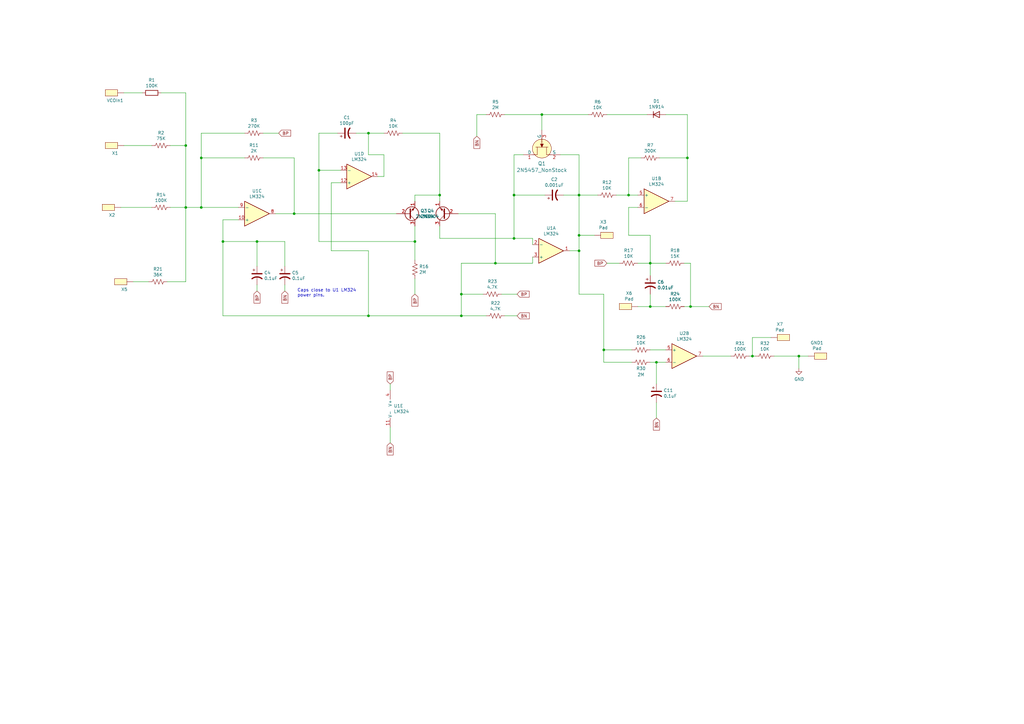
<source format=kicad_sch>
(kicad_sch (version 20230121) (generator eeschema)
  (paper "A3")
  (title_block (title "MFOS NOISE TOASTER Noise Box") (date "2020-10-07") (rev "1"))
  (lib_symbols
    (symbol "Device:R" (pin_numbers hide) (pin_names (offset 0))
      (property "Reference" "R" (at 2.032 0 90))
      (property "Value" "R" (at 0 0 90))
      (symbol "R_0_1"
        (rectangle (start -1.016 -2.54) (end 1.016 2.54) (stroke (width 0.254)))
      )
      (symbol "R_1_1"
        (pin passive line (at 0 3.81 270) (length 1.27) (name "~") (number "1"))
        (pin passive line (at 0 -3.81 90) (length 1.27) (name "~") (number "2"))
      )
    )
    (symbol "Transistor_BJT:2N3904" (pin_names (offset 0) hide)
      (property "Reference" "Q" (at 5.08 1.905 0))
      (property "Value" "2N3904" (at 5.08 0 0))
      (symbol "2N3904_0_1"
        (polyline (pts (xy 0.635 0.635) (xy 2.54 2.54)))
        (polyline (pts (xy 0.635 -0.635) (xy 2.54 -2.54) (xy 2.54 -2.54)))
        (polyline (pts (xy 0.635 1.905) (xy 0.635 -1.905) (xy 0.635 -1.905)) (stroke (width 0.508)))
        (polyline (pts (xy 1.27 -1.778) (xy 1.778 -1.27) (xy 2.286 -2.286) (xy 1.27 -1.778) (xy 1.27 -1.778)) (fill (type outline)))
        (circle (center 1.27 0) (radius 2.8194) (stroke (width 0.254)))
      )
      (symbol "2N3904_1_1"
        (pin passive line (at 2.54 -5.08 90) (length 2.54) (name "E") (number "1"))
        (pin passive line (at -5.08 0 0) (length 5.715) (name "B") (number "2"))
        (pin passive line (at 2.54 5.08 270) (length 2.54) (name "C") (number "3"))
      )
    )
    (symbol "mfos_noise_toaster-rescue:1N914-Diode" (pin_numbers hide) (pin_names (offset 1.016) hide)
      (property "Reference" "D" (at 0 2.54 0))
      (property "Value" "1N914-Diode" (at 0 -2.54 0))
      (symbol "1N914-Diode_0_1"
        (polyline (pts (xy -1.27 1.27) (xy -1.27 -1.27)) (stroke (width 0.254)))
        (polyline (pts (xy 1.27 0) (xy -1.27 0)))
        (polyline (pts (xy 1.27 1.27) (xy 1.27 -1.27) (xy -1.27 0) (xy 1.27 1.27)) (stroke (width 0.254)))
      )
      (symbol "1N914-Diode_1_1"
        (pin passive line (at -3.81 0 0) (length 2.54) (name "K") (number "1"))
        (pin passive line (at 3.81 0 180) (length 2.54) (name "A") (number "2"))
      )
    )
    (symbol "mfos_noise_toaster-rescue:2N5457_NonStock-dk_Transistors-JFETs" (pin_names (offset 0))
      (property "Reference" "Q" (at -2.6924 3.6322 0))
      (property "Value" "dk_Transistors-JFETs_2N5457_NonStock" (at -6.4008 -6.1976 0))
      (symbol "2N5457_NonStock-dk_Transistors-JFETs_0_1"
        (polyline (pts (xy -0.635 -2.54) (xy -0.635 2.54)))
        (polyline (pts (xy -0.635 0) (xy -4.445 0)))
        (polyline (pts (xy -0.635 -1.905) (xy 2.54 -1.905) (xy 2.54 -3.81)))
        (polyline (pts (xy -0.635 1.905) (xy 2.54 1.905) (xy 2.54 3.81)))
      )
      (symbol "2N5457_NonStock-dk_Transistors-JFETs_1_1"
        (polyline (pts (xy -1.905 0.635) (xy -1.905 -0.635) (xy -0.635 0) (xy -1.905 0.635)) (fill (type outline)))
        (circle (center 0 0) (radius 3.8608) (fill (type background)))
        (pin passive line (at 2.54 -7.62 90) (length 5.08) (name "D") (number "1"))
        (pin passive line (at 2.54 7.62 270) (length 5.08) (name "S") (number "2"))
        (pin input line (at -7.62 0 0) (length 5.08) (name "G") (number "3"))
      )
    )
    (symbol "mfos_noise_toaster-rescue:CP1-Device" (pin_numbers hide) (pin_names (offset 0.254) hide)
      (property "Reference" "C" (at 0.635 2.54 0))
      (property "Value" "Device_CP1" (at 0.635 -2.54 0))
      (symbol "CP1-Device_0_1"
        (polyline (pts (xy -2.032 0.762) (xy 2.032 0.762)) (stroke (width 0.508)))
        (polyline (pts (xy -1.778 2.286) (xy -0.762 2.286)))
        (polyline (pts (xy -1.27 1.778) (xy -1.27 2.794)))
        (arc (start 2.032 -1.27) (mid 0 -0.5572) (end -2.032 -1.27) (stroke (width 0.508)))
      )
      (symbol "CP1-Device_1_1"
        (pin passive line (at 0 3.81 270) (length 2.794) (name "~") (number "1"))
        (pin passive line (at 0 -3.81 90) (length 3.302) (name "~") (number "2"))
      )
    )
    (symbol "mfos_noise_toaster-rescue:GND-power" (power) (pin_names (offset 0))
      (property "Value" "GND-power" (at 0 -3.81 0))
      (symbol "GND-power_0_1"
        (polyline (pts (xy 0 0) (xy 0 -1.27) (xy 1.27 -1.27) (xy 0 -2.54) (xy -1.27 -1.27) (xy 0 -1.27)))
      )
      (symbol "GND-power_1_1"
        (pin power_in line (at 0 0 270) (length 0) hide (name "GND") (number "1"))
      )
    )
    (symbol "mfos_noise_toaster-rescue:LM324-Amplifier_Operational" (pin_names (offset 0.127))
      (property "Reference" "U" (at 0 5.08 0))
      (property "Value" "LM324-Amplifier_Operational" (at 0 -5.08 0))
      (symbol "LM324-Amplifier_Operational_1_1"
        (polyline (pts (xy -5.08 5.08) (xy 5.08 0) (xy -5.08 -5.08) (xy -5.08 5.08)) (stroke (width 0.254)) (fill (type background)))
        (pin output line (at 7.62 0 180) (length 2.54) (name "~") (number "1"))
        (pin input line (at -7.62 -2.54 0) (length 2.54) (name "-") (number "2"))
        (pin input line (at -7.62 2.54 0) (length 2.54) (name "+") (number "3"))
      )
      (symbol "LM324-Amplifier_Operational_2_1"
        (polyline (pts (xy -5.08 5.08) (xy 5.08 0) (xy -5.08 -5.08) (xy -5.08 5.08)) (stroke (width 0.254)) (fill (type background)))
        (pin input line (at -7.62 2.54 0) (length 2.54) (name "+") (number "5"))
        (pin input line (at -7.62 -2.54 0) (length 2.54) (name "-") (number "6"))
        (pin output line (at 7.62 0 180) (length 2.54) (name "~") (number "7"))
      )
      (symbol "LM324-Amplifier_Operational_3_1"
        (polyline (pts (xy -5.08 5.08) (xy 5.08 0) (xy -5.08 -5.08) (xy -5.08 5.08)) (stroke (width 0.254)) (fill (type background)))
        (pin input line (at -7.62 2.54 0) (length 2.54) (name "+") (number "10"))
        (pin output line (at 7.62 0 180) (length 2.54) (name "~") (number "8"))
        (pin input line (at -7.62 -2.54 0) (length 2.54) (name "-") (number "9"))
      )
      (symbol "LM324-Amplifier_Operational_4_1"
        (polyline (pts (xy -5.08 5.08) (xy 5.08 0) (xy -5.08 -5.08) (xy -5.08 5.08)) (stroke (width 0.254)) (fill (type background)))
        (pin input line (at -7.62 2.54 0) (length 2.54) (name "+") (number "12"))
        (pin input line (at -7.62 -2.54 0) (length 2.54) (name "-") (number "13"))
        (pin output line (at 7.62 0 180) (length 2.54) (name "~") (number "14"))
      )
      (symbol "LM324-Amplifier_Operational_5_1"
        (pin power_in line (at -2.54 -7.62 90) (length 3.81) (name "V-") (number "11"))
        (pin power_in line (at -2.54 7.62 270) (length 3.81) (name "V+") (number "4"))
      )
    )
    (symbol "mfos_noise_toaster-rescue:Pad-samz-symbol" (pin_numbers hide) (pin_names (offset 1.016))
      (property "Reference" "X" (at 1.27 0 0))
      (property "Value" "Pad-samz-symbol" (at -1.27 2.54 0))
      (symbol "Pad-samz-symbol_0_1"
        (rectangle (start 0 1.27) (end 5.08 -1.27) (fill (type background)))
      )
      (symbol "Pad-samz-symbol_1_1"
        (pin passive line (at -2.54 0 0) (length 2.54) (name "~") (number "1"))
      )
    )
    (symbol "mfos_noise_toaster-rescue:R_US-Device" (pin_numbers hide) (pin_names (offset 0))
      (property "Reference" "R" (at 2.54 0 90))
      (property "Value" "R_US-Device" (at -2.54 0 90))
      (symbol "R_US-Device_0_1"
        (polyline (pts (xy 0 -2.286) (xy 0 -2.54)))
        (polyline (pts (xy 0 2.286) (xy 0 2.54)))
        (polyline (pts (xy 0 -0.762) (xy 1.016 -1.143) (xy 0 -1.524) (xy -1.016 -1.905) (xy 0 -2.286)))
        (polyline (pts (xy 0 0.762) (xy 1.016 0.381) (xy 0 0) (xy -1.016 -0.381) (xy 0 -0.762)))
        (polyline (pts (xy 0 2.286) (xy 1.016 1.905) (xy 0 1.524) (xy -1.016 1.143) (xy 0 0.762)))
      )
      (symbol "R_US-Device_1_1"
        (pin passive line (at 0 3.81 270) (length 1.27) (name "~") (number "1"))
        (pin passive line (at 0 -3.81 90) (length 1.27) (name "~") (number "2"))
      )
    )
  )
  (junction (at 283.21 125.73))
  (junction (at 82.55 85.09))
  (junction (at 222.25 46.99))
  (junction (at 91.44 99.06))
  (junction (at 237.49 102.87))
  (junction (at 257.81 80.01))
  (junction (at 266.7 107.95))
  (junction (at 266.7 125.73))
  (junction (at 247.65 143.51))
  (junction (at 76.2 85.09))
  (junction (at 120.65 87.63))
  (junction (at 327.66 146.05))
  (junction (at 151.13 129.54))
  (junction (at 237.49 96.52))
  (junction (at 82.55 64.77))
  (junction (at 189.23 120.65))
  (junction (at 281.94 64.77))
  (junction (at 189.23 129.54))
  (junction (at 237.49 80.01))
  (junction (at 170.18 99.06))
  (junction (at 180.34 80.01))
  (junction (at 203.2 107.95))
  (junction (at 151.13 54.61))
  (junction (at 130.81 69.85))
  (junction (at 210.82 97.79))
  (junction (at 210.82 80.01))
  (junction (at 76.2 59.69))
  (junction (at 269.24 148.59))
  (junction (at 308.61 146.05))
  (junction (at 105.41 99.06))
  (wire (pts (xy 82.55 85.09) (xy 97.79 85.09)))
  (wire (pts (xy 91.44 99.06) (xy 105.41 99.06)))
  (wire (pts (xy 116.84 99.06) (xy 116.84 109.22)))
  (wire (pts (xy 107.95 54.61) (xy 114.3 54.61)))
  (wire (pts (xy 203.2 87.63) (xy 187.96 87.63)))
  (wire (pts (xy 281.94 82.55) (xy 276.86 82.55)))
  (wire (pts (xy 237.49 96.52) (xy 237.49 80.01)))
  (wire (pts (xy 120.65 64.77) (xy 120.65 87.63)))
  (wire (pts (xy 151.13 102.87) (xy 151.13 129.54)))
  (wire (pts (xy 49.53 85.09) (xy 62.23 85.09)))
  (wire (pts (xy 283.21 125.73) (xy 280.67 125.73)))
  (wire (pts (xy 105.41 116.84) (xy 105.41 119.38)))
  (wire (pts (xy 151.13 129.54) (xy 189.23 129.54)))
  (wire (pts (xy 248.92 107.95) (xy 254 107.95)))
  (wire (pts (xy 105.41 99.06) (xy 116.84 99.06)))
  (wire (pts (xy 76.2 115.57) (xy 68.58 115.57)))
  (wire (pts (xy 281.94 64.77) (xy 281.94 82.55)))
  (wire (pts (xy 151.13 63.5) (xy 157.48 63.5)))
  (wire (pts (xy 203.2 107.95) (xy 218.44 107.95)))
  (wire (pts (xy 269.24 165.1) (xy 269.24 171.45)))
  (wire (pts (xy 252.73 80.01) (xy 257.81 80.01)))
  (wire (pts (xy 189.23 120.65) (xy 189.23 107.95)))
  (wire (pts (xy 135.89 74.93) (xy 135.89 102.87)))
  (wire (pts (xy 257.81 96.52) (xy 266.7 96.52)))
  (wire (pts (xy 50.8 59.69) (xy 62.23 59.69)))
  (wire (pts (xy 107.95 64.77) (xy 120.65 64.77)))
  (wire (pts (xy 223.52 80.01) (xy 210.82 80.01)))
  (wire (pts (xy 82.55 64.77) (xy 82.55 85.09)))
  (wire (pts (xy 116.84 116.84) (xy 116.84 119.38)))
  (wire (pts (xy 308.61 146.05) (xy 309.88 146.05)))
  (wire (pts (xy 237.49 80.01) (xy 237.49 63.5)))
  (wire (pts (xy 113.03 87.63) (xy 120.65 87.63)))
  (wire (pts (xy 266.7 107.95) (xy 273.05 107.95)))
  (wire (pts (xy 170.18 99.06) (xy 170.18 92.71)))
  (wire (pts (xy 91.44 129.54) (xy 151.13 129.54)))
  (wire (pts (xy 97.79 90.17) (xy 91.44 90.17)))
  (wire (pts (xy 308.61 146.05) (xy 308.61 138.43)))
  (wire (pts (xy 76.2 85.09) (xy 82.55 85.09)))
  (wire (pts (xy 146.05 54.61) (xy 151.13 54.61)))
  (wire (pts (xy 160.02 160.02) (xy 160.02 157.48)))
  (wire (pts (xy 180.34 54.61) (xy 180.34 80.01)))
  (wire (pts (xy 210.82 80.01) (xy 210.82 63.5)))
  (wire (pts (xy 231.14 80.01) (xy 237.49 80.01)))
  (wire (pts (xy 218.44 105.41) (xy 218.44 107.95)))
  (wire (pts (xy 222.25 46.99) (xy 241.3 46.99)))
  (wire (pts (xy 259.08 148.59) (xy 247.65 148.59)))
  (wire (pts (xy 266.7 113.03) (xy 266.7 107.95)))
  (wire (pts (xy 307.34 146.05) (xy 308.61 146.05)))
  (wire (pts (xy 76.2 59.69) (xy 69.85 59.69)))
  (wire (pts (xy 270.51 64.77) (xy 281.94 64.77)))
  (wire (pts (xy 151.13 54.61) (xy 157.48 54.61)))
  (wire (pts (xy 261.62 85.09) (xy 257.81 85.09)))
  (wire (pts (xy 160.02 175.26) (xy 160.02 181.61)))
  (wire (pts (xy 210.82 97.79) (xy 218.44 97.79)))
  (wire (pts (xy 170.18 82.55) (xy 170.18 80.01)))
  (wire (pts (xy 210.82 80.01) (xy 210.82 97.79)))
  (wire (pts (xy 189.23 129.54) (xy 189.23 120.65)))
  (wire (pts (xy 261.62 107.95) (xy 266.7 107.95)))
  (wire (pts (xy 180.34 54.61) (xy 165.1 54.61)))
  (wire (pts (xy 266.7 148.59) (xy 269.24 148.59)))
  (wire (pts (xy 247.65 143.51) (xy 247.65 148.59)))
  (wire (pts (xy 189.23 120.65) (xy 198.12 120.65)))
  (wire (pts (xy 257.81 64.77) (xy 262.89 64.77)))
  (wire (pts (xy 76.2 59.69) (xy 76.2 38.1)))
  (wire (pts (xy 105.41 99.06) (xy 105.41 109.22)))
  (wire (pts (xy 69.85 85.09) (xy 76.2 85.09)))
  (wire (pts (xy 237.49 102.87) (xy 237.49 96.52)))
  (wire (pts (xy 257.81 85.09) (xy 257.81 96.52)))
  (wire (pts (xy 100.33 54.61) (xy 82.55 54.61)))
  (wire (pts (xy 281.94 46.99) (xy 281.94 64.77)))
  (wire (pts (xy 157.48 72.39) (xy 154.94 72.39)))
  (wire (pts (xy 273.05 46.99) (xy 281.94 46.99)))
  (wire (pts (xy 207.01 129.54) (xy 212.09 129.54)))
  (wire (pts (xy 257.81 80.01) (xy 257.81 64.77)))
  (wire (pts (xy 266.7 96.52) (xy 266.7 107.95)))
  (wire (pts (xy 139.7 69.85) (xy 130.81 69.85)))
  (wire (pts (xy 138.43 54.61) (xy 130.81 54.61)))
  (wire (pts (xy 199.39 46.99) (xy 195.58 46.99)))
  (wire (pts (xy 280.67 107.95) (xy 283.21 107.95)))
  (wire (pts (xy 162.56 87.63) (xy 120.65 87.63)))
  (wire (pts (xy 222.25 53.34) (xy 222.25 46.99)))
  (wire (pts (xy 195.58 46.99) (xy 195.58 55.88)))
  (wire (pts (xy 269.24 148.59) (xy 269.24 157.48)))
  (wire (pts (xy 58.42 38.1) (xy 50.8 38.1)))
  (wire (pts (xy 157.48 63.5) (xy 157.48 72.39)))
  (wire (pts (xy 233.68 102.87) (xy 237.49 102.87)))
  (wire (pts (xy 317.5 146.05) (xy 327.66 146.05)))
  (wire (pts (xy 237.49 80.01) (xy 245.11 80.01)))
  (wire (pts (xy 210.82 63.5) (xy 214.63 63.5)))
  (wire (pts (xy 189.23 129.54) (xy 199.39 129.54)))
  (wire (pts (xy 288.29 146.05) (xy 299.72 146.05)))
  (wire (pts (xy 266.7 143.51) (xy 273.05 143.51)))
  (wire (pts (xy 261.62 125.73) (xy 266.7 125.73)))
  (wire (pts (xy 170.18 120.65) (xy 170.18 114.3)))
  (wire (pts (xy 82.55 54.61) (xy 82.55 64.77)))
  (wire (pts (xy 222.25 46.99) (xy 207.01 46.99)))
  (wire (pts (xy 139.7 74.93) (xy 135.89 74.93)))
  (wire (pts (xy 283.21 107.95) (xy 283.21 125.73)))
  (wire (pts (xy 212.09 120.65) (xy 205.74 120.65)))
  (wire (pts (xy 189.23 107.95) (xy 203.2 107.95)))
  (wire (pts (xy 130.81 99.06) (xy 170.18 99.06)))
  (wire (pts (xy 170.18 99.06) (xy 170.18 106.68)))
  (wire (pts (xy 203.2 107.95) (xy 203.2 87.63)))
  (wire (pts (xy 237.49 102.87) (xy 237.49 120.65)))
  (wire (pts (xy 327.66 146.05) (xy 331.47 146.05)))
  (wire (pts (xy 91.44 90.17) (xy 91.44 99.06)))
  (wire (pts (xy 247.65 143.51) (xy 259.08 143.51)))
  (wire (pts (xy 327.66 146.05) (xy 327.66 151.13)))
  (wire (pts (xy 130.81 69.85) (xy 130.81 99.06)))
  (wire (pts (xy 308.61 138.43) (xy 316.23 138.43)))
  (wire (pts (xy 247.65 120.65) (xy 247.65 143.51)))
  (wire (pts (xy 218.44 100.33) (xy 218.44 97.79)))
  (wire (pts (xy 100.33 64.77) (xy 82.55 64.77)))
  (wire (pts (xy 248.92 46.99) (xy 265.43 46.99)))
  (wire (pts (xy 76.2 85.09) (xy 76.2 59.69)))
  (wire (pts (xy 60.96 115.57) (xy 54.61 115.57)))
  (wire (pts (xy 130.81 69.85) (xy 130.81 54.61)))
  (wire (pts (xy 180.34 92.71) (xy 180.34 97.79)))
  (wire (pts (xy 257.81 80.01) (xy 261.62 80.01)))
  (wire (pts (xy 180.34 97.79) (xy 210.82 97.79)))
  (wire (pts (xy 76.2 38.1) (xy 66.04 38.1)))
  (wire (pts (xy 76.2 85.09) (xy 76.2 115.57)))
  (wire (pts (xy 135.89 102.87) (xy 151.13 102.87)))
  (wire (pts (xy 91.44 99.06) (xy 91.44 129.54)))
  (wire (pts (xy 283.21 125.73) (xy 290.83 125.73)))
  (wire (pts (xy 269.24 148.59) (xy 273.05 148.59)))
  (wire (pts (xy 180.34 80.01) (xy 180.34 82.55)))
  (wire (pts (xy 266.7 125.73) (xy 273.05 125.73)))
  (wire (pts (xy 237.49 96.52) (xy 243.84 96.52)))
  (wire (pts (xy 170.18 80.01) (xy 180.34 80.01)))
  (wire (pts (xy 266.7 120.65) (xy 266.7 125.73)))
  (wire (pts (xy 151.13 54.61) (xy 151.13 63.5)))
  (wire (pts (xy 237.49 120.65) (xy 247.65 120.65)))
  (wire (pts (xy 237.49 63.5) (xy 229.87 63.5)))
  (text "Caps close to U1 LM324\npower pins." (at 121.92 121.92 0) (effects (font (size 1.27 1.27)) (justify left bottom)))
  (global_label "BP" (shape input) (at 105.41 119.38 270) (property "Intersheetrefs" "${INTERSHEET_REFS}" (effects hide)))
  (global_label "BP" (shape input) (at 160.02 157.48 90) (property "Intersheetrefs" "${INTERSHEET_REFS}" (effects hide)))
  (global_label "BP" (shape input) (at 114.3 54.61 0) (property "Intersheetrefs" "${INTERSHEET_REFS}" (effects hide)))
  (global_label "BN" (shape input) (at 290.83 125.73 0) (property "Intersheetrefs" "${INTERSHEET_REFS}" (effects hide)))
  (global_label "BN" (shape input) (at 269.24 171.45 270) (property "Intersheetrefs" "${INTERSHEET_REFS}" (effects hide)))
  (global_label "BP" (shape input) (at 212.09 120.65 0) (property "Intersheetrefs" "${INTERSHEET_REFS}" (effects hide)))
  (global_label "BN" (shape input) (at 195.58 55.88 270) (property "Intersheetrefs" "${INTERSHEET_REFS}" (effects hide)))
  (global_label "BN" (shape input) (at 116.84 119.38 270) (property "Intersheetrefs" "${INTERSHEET_REFS}" (effects hide)))
  (global_label "BN" (shape input) (at 160.02 181.61 270) (property "Intersheetrefs" "${INTERSHEET_REFS}" (effects hide)))
  (global_label "BP" (shape input) (at 248.92 107.95 180) (property "Intersheetrefs" "${INTERSHEET_REFS}" (effects hide)))
  (global_label "BN" (shape input) (at 212.09 129.54 0) (property "Intersheetrefs" "${INTERSHEET_REFS}" (effects hide)))
  (global_label "BP" (shape input) (at 170.18 120.65 270) (property "Intersheetrefs" "${INTERSHEET_REFS}" (effects hide)))
  (symbol (lib_id "mfos_noise_toaster-rescue:R_US-Device") (at 66.04 59.69 270) (unit 1)
    (property "Reference" "R2" (at 66.04 54.483 90))
    (property "Value" "75K" (at 66.04 56.7944 90))
    (property "Footprint" "Resistor_THT:R_Axial_DIN0207_L6.3mm_D2.5mm_P10.16mm_Horizontal" (effects hide))
  )
  (symbol (lib_id "mfos_noise_toaster-rescue:R_US-Device") (at 66.04 85.09 270) (unit 1)
    (property "Reference" "R14" (at 66.04 79.883 90))
    (property "Value" "100K" (at 66.04 82.1944 90))
    (property "Footprint" "Resistor_THT:R_Axial_DIN0207_L6.3mm_D2.5mm_P10.16mm_Horizontal" (effects hide))
  )
  (symbol (lib_id "mfos_noise_toaster-rescue:R_US-Device") (at 64.77 115.57 270) (unit 1)
    (property "Reference" "R21" (at 64.77 110.363 90))
    (property "Value" "36K" (at 64.77 112.6744 90))
    (property "Footprint" "Resistor_THT:R_Axial_DIN0207_L6.3mm_D2.5mm_P10.16mm_Horizontal" (effects hide))
  )
  (symbol (lib_id "mfos_noise_toaster-rescue:R_US-Device") (at 104.14 54.61 270) (unit 1)
    (property "Reference" "R3" (at 104.14 49.403 90))
    (property "Value" "270K" (at 104.14 51.7144 90))
    (property "Footprint" "Resistor_THT:R_Axial_DIN0207_L6.3mm_D2.5mm_P10.16mm_Horizontal" (effects hide))
  )
  (symbol (lib_id "mfos_noise_toaster-rescue:R_US-Device") (at 104.14 64.77 270) (unit 1)
    (property "Reference" "R11" (at 104.14 59.563 90))
    (property "Value" "2K" (at 104.14 61.8744 90))
    (property "Footprint" "Resistor_THT:R_Axial_DIN0207_L6.3mm_D2.5mm_P10.16mm_Horizontal" (effects hide))
  )
  (symbol (lib_id "mfos_noise_toaster-rescue:R_US-Device") (at 161.29 54.61 270) (unit 1)
    (property "Reference" "R4" (at 161.29 49.403 90))
    (property "Value" "10K" (at 161.29 51.7144 90))
    (property "Footprint" "Resistor_THT:R_Axial_DIN0207_L6.3mm_D2.5mm_P10.16mm_Horizontal" (effects hide))
  )
  (symbol (lib_id "mfos_noise_toaster-rescue:Pad-samz-symbol") (at 48.26 59.69 180) (unit 1)
    (property "Reference" "X1" (at 47.1932 62.8142 0))
    (property "Value" "Pad" (effects hide))
    (property "Footprint" "samz-kicad-library:pad" (effects hide))
  )
  (symbol (lib_id "mfos_noise_toaster-rescue:Pad-samz-symbol") (at 46.99 85.09 180) (unit 1)
    (property "Reference" "X2" (at 45.9232 88.2142 0))
    (property "Value" "Pad" (effects hide))
    (property "Footprint" "samz-kicad-library:pad" (effects hide))
  )
  (symbol (lib_id "mfos_noise_toaster-rescue:Pad-samz-symbol") (at 52.07 115.57 180) (unit 1)
    (property "Reference" "X5" (at 51.0032 118.6942 0))
    (property "Value" "Pad" (effects hide))
    (property "Footprint" "samz-kicad-library:pad" (effects hide))
  )
  (symbol (lib_id "mfos_noise_toaster-rescue:LM324-Amplifier_Operational") (at 147.32 72.39 0) (mirror x) (unit 4)
    (property "Reference" "U1" (at 147.32 63.0682 0))
    (property "Value" "LM324" (at 147.32 65.3796 0))
    (property "Footprint" "Package_DIP:DIP-14_W7.62mm_LongPads" (effects hide))
    (property "Datasheet" "http://www.ti.com/lit/ds/symlink/lm2902-n.pdf" (effects hide))
  )
  (symbol (lib_id "mfos_noise_toaster-rescue:LM324-Amplifier_Operational") (at 105.41 87.63 0) (mirror x) (unit 3)
    (property "Reference" "U1" (at 105.41 78.3082 0))
    (property "Value" "LM324" (at 105.41 80.6196 0))
    (property "Footprint" "Package_DIP:DIP-14_W7.62mm_LongPads" (effects hide))
    (property "Datasheet" "http://www.ti.com/lit/ds/symlink/lm2902-n.pdf" (effects hide))
  )
  (symbol (lib_id "mfos_noise_toaster-rescue:CP1-Device") (at 105.41 113.03 0) (unit 1)
    (property "Reference" "C4" (at 108.331 111.8616 0) (effects (justify left)))
    (property "Value" "0.1uF" (at 108.331 114.173 0) (effects (justify left)))
    (property "Footprint" "samz-kicad-library:C_Disc_D5.0mm_W2.5mm_P3.50mm" (effects hide))
  )
  (symbol (lib_id "mfos_noise_toaster-rescue:CP1-Device") (at 116.84 113.03 0) (unit 1)
    (property "Reference" "C5" (at 119.761 111.8616 0) (effects (justify left)))
    (property "Value" "0.1uF" (at 119.761 114.173 0) (effects (justify left)))
    (property "Footprint" "samz-kicad-library:C_Disc_D5.0mm_W2.5mm_P3.50mm" (effects hide))
  )
  (symbol (lib_id "mfos_noise_toaster-rescue:CP1-Device") (at 142.24 54.61 90) (unit 1)
    (property "Reference" "C1" (at 142.24 48.2092 90))
    (property "Value" "100pF" (at 142.24 50.5206 90))
    (property "Footprint" "Capacitor_THT:C_Disc_D3.4mm_W2.1mm_P2.50mm" (effects hide))
  )
  (symbol (lib_id "mfos_noise_toaster-rescue:R_US-Device") (at 170.18 110.49 0) (unit 1)
    (property "Reference" "R16" (at 171.9072 109.3216 0) (effects (justify left)))
    (property "Value" "2M" (at 171.9072 111.633 0) (effects (justify left)))
    (property "Footprint" "Resistor_THT:R_Axial_DIN0207_L6.3mm_D2.5mm_P10.16mm_Horizontal" (effects hide))
  )
  (symbol (lib_id "mfos_noise_toaster-rescue:R_US-Device") (at 201.93 120.65 270) (unit 1)
    (property "Reference" "R23" (at 201.93 115.443 90))
    (property "Value" "4.7K" (at 201.93 117.7544 90))
    (property "Footprint" "Resistor_THT:R_Axial_DIN0207_L6.3mm_D2.5mm_P10.16mm_Horizontal" (effects hide))
  )
  (symbol (lib_id "mfos_noise_toaster-rescue:R_US-Device") (at 203.2 129.54 270) (unit 1)
    (property "Reference" "R22" (at 203.2 124.333 90))
    (property "Value" "4.7K" (at 203.2 126.6444 90))
    (property "Footprint" "Resistor_THT:R_Axial_DIN0207_L6.3mm_D2.5mm_P10.16mm_Horizontal" (effects hide))
  )
  (symbol (lib_id "mfos_noise_toaster-rescue:LM324-Amplifier_Operational") (at 226.06 102.87 0) (mirror x) (unit 1)
    (property "Reference" "U1" (at 226.06 93.5482 0))
    (property "Value" "LM324" (at 226.06 95.8596 0))
    (property "Footprint" "Package_DIP:DIP-14_W7.62mm_LongPads" (effects hide))
    (property "Datasheet" "http://www.ti.com/lit/ds/symlink/lm2902-n.pdf" (effects hide))
  )
  (symbol (lib_id "mfos_noise_toaster-rescue:LM324-Amplifier_Operational") (at 162.56 167.64 0) (unit 5)
    (property "Reference" "U1" (at 161.4932 166.4716 0) (effects (justify left)))
    (property "Value" "LM324" (at 161.4932 168.783 0) (effects (justify left)))
    (property "Footprint" "Package_DIP:DIP-14_W7.62mm_LongPads" (effects hide))
    (property "Datasheet" "http://www.ti.com/lit/ds/symlink/lm2902-n.pdf" (effects hide))
  )
  (symbol (lib_id "mfos_noise_toaster-rescue:R_US-Device") (at 262.89 143.51 270) (unit 1)
    (property "Reference" "R26" (at 262.89 138.303 90))
    (property "Value" "10K" (at 262.89 140.6144 90))
    (property "Footprint" "Resistor_THT:R_Axial_DIN0207_L6.3mm_D2.5mm_P10.16mm_Horizontal" (effects hide))
  )
  (symbol (lib_id "mfos_noise_toaster-rescue:R_US-Device") (at 262.89 148.59 270) (unit 1)
    (property "Reference" "R30" (at 262.89 151.13 90))
    (property "Value" "2M" (at 262.89 153.67 90))
    (property "Footprint" "Resistor_THT:R_Axial_DIN0207_L6.3mm_D2.5mm_P10.16mm_Horizontal" (effects hide))
  )
  (symbol (lib_id "mfos_noise_toaster-rescue:LM324-Amplifier_Operational") (at 280.67 146.05 0) (unit 2)
    (property "Reference" "U2" (at 280.67 136.7282 0))
    (property "Value" "LM324" (at 280.67 139.0396 0))
    (property "Footprint" "Package_DIP:DIP-14_W7.62mm_LongPads" (effects hide))
    (property "Datasheet" "http://www.ti.com/lit/ds/symlink/lm2902-n.pdf" (effects hide))
  )
  (symbol (lib_id "mfos_noise_toaster-rescue:CP1-Device") (at 269.24 161.29 0) (unit 1)
    (property "Reference" "C11" (at 272.161 160.1216 0) (effects (justify left)))
    (property "Value" "0.1uF" (at 272.161 162.433 0) (effects (justify left)))
    (property "Footprint" "samz-kicad-library:C_Disc_D5.0mm_W2.5mm_P3.50mm" (effects hide))
  )
  (symbol (lib_id "mfos_noise_toaster-rescue:R_US-Device") (at 303.53 146.05 270) (unit 1)
    (property "Reference" "R31" (at 303.53 140.843 90))
    (property "Value" "100K" (at 303.53 143.1544 90))
    (property "Footprint" "Resistor_THT:R_Axial_DIN0207_L6.3mm_D2.5mm_P10.16mm_Horizontal" (effects hide))
  )
  (symbol (lib_id "mfos_noise_toaster-rescue:R_US-Device") (at 313.69 146.05 270) (unit 1)
    (property "Reference" "R32" (at 313.69 140.843 90))
    (property "Value" "10K" (at 313.69 143.1544 90))
    (property "Footprint" "Resistor_THT:R_Axial_DIN0207_L6.3mm_D2.5mm_P10.16mm_Horizontal" (effects hide))
  )
  (symbol (lib_id "mfos_noise_toaster-rescue:GND-power") (at 327.66 151.13 0) (unit 1)
    (property "Reference" "#PWR0105" (effects hide))
    (property "Value" "GND" (at 327.787 155.5242 0))
  )
  (symbol (lib_id "mfos_noise_toaster-rescue:Pad-samz-symbol") (at 318.77 138.43 0) (unit 1)
    (property "Reference" "X7" (at 319.8368 132.969 0))
    (property "Value" "Pad" (at 319.8368 135.2804 0))
    (property "Footprint" "samz-kicad-library:pad" (effects hide))
  )
  (symbol (lib_id "mfos_noise_toaster-rescue:Pad-samz-symbol") (at 246.38 96.52 0) (unit 1)
    (property "Reference" "X3" (at 247.4468 91.059 0))
    (property "Value" "Pad" (at 247.4468 93.3704 0))
    (property "Footprint" "samz-kicad-library:pad" (effects hide))
  )
  (symbol (lib_id "mfos_noise_toaster-rescue:LM324-Amplifier_Operational") (at 269.24 82.55 0) (unit 2)
    (property "Reference" "U1" (at 269.24 73.2282 0))
    (property "Value" "LM324" (at 269.24 75.5396 0))
    (property "Footprint" "Package_DIP:DIP-14_W7.62mm_LongPads" (effects hide))
    (property "Datasheet" "http://www.ti.com/lit/ds/symlink/lm2902-n.pdf" (effects hide))
  )
  (symbol (lib_id "mfos_noise_toaster-rescue:CP1-Device") (at 227.33 80.01 90) (unit 1)
    (property "Reference" "C2" (at 227.33 73.6092 90))
    (property "Value" "0.001uF" (at 227.33 75.9206 90))
    (property "Footprint" "samz-kicad-library:C_Disc_D4.7mm_W2.5mm_P3.00mm" (effects hide))
  )
  (symbol (lib_id "mfos_noise_toaster-rescue:R_US-Device") (at 248.92 80.01 270) (unit 1)
    (property "Reference" "R12" (at 248.92 74.803 90))
    (property "Value" "10K" (at 248.92 77.1144 90))
    (property "Footprint" "Resistor_THT:R_Axial_DIN0207_L6.3mm_D2.5mm_P10.16mm_Horizontal" (effects hide))
  )
  (symbol (lib_id "mfos_noise_toaster-rescue:2N5457_NonStock-dk_Transistors-JFETs") (at 222.25 60.96 270) (unit 1)
    (property "Reference" "Q1" (at 222.25 67.0814 90) (effects (font (size 1.524 1.524))))
    (property "Value" "2N5457_NonStock" (at 222.25 69.7738 90) (effects (font (size 1.524 1.524))))
    (property "Footprint" "digikey-footprints:TO-92-3" (effects hide))
    (property "Datasheet" "https://my.centralsemi.com/get_document.php?cmp=1&mergetype=pd&mergepath=pd&pdf_id=2N5457-5459.PDF" (effects hide))
    (property "Digi-Key_PN" "2N5457-ND" (effects hide))
    (property "MPN" "2N5457" (effects hide))
    (property "Category" "Discrete Semiconductor Products" (effects hide))
    (property "Family" "Transistors - JFETs" (effects hide))
    (property "DK_Datasheet_Link" "https://my.centralsemi.com/get_document.php?cmp=1&mergetype=pd&mergepath=pd&pdf_id=2N5457-5459.PDF" (effects hide))
    (property "DK_Detail_Page" "/product-detail/en/central-semiconductor-corp/2N5457/2N5457-ND/4806918" (effects hide))
    (property "Description" "JFET N-CH 25V 0.31W TO-92" (effects hide))
    (property "Manufacturer" "Central Semiconductor Corp" (effects hide))
    (property "Status" "Active NonStock" (effects hide))
  )
  (symbol (lib_id "mfos_noise_toaster-rescue:R_US-Device") (at 245.11 46.99 270) (unit 1)
    (property "Reference" "R6" (at 245.11 41.783 90))
    (property "Value" "10K" (at 245.11 44.0944 90))
    (property "Footprint" "Resistor_THT:R_Axial_DIN0207_L6.3mm_D2.5mm_P10.16mm_Horizontal" (effects hide))
  )
  (symbol (lib_id "mfos_noise_toaster-rescue:R_US-Device") (at 203.2 46.99 270) (unit 1)
    (property "Reference" "R5" (at 203.2 41.783 90))
    (property "Value" "2M" (at 203.2 44.0944 90))
    (property "Footprint" "Resistor_THT:R_Axial_DIN0207_L6.3mm_D2.5mm_P10.16mm_Horizontal" (effects hide))
  )
  (symbol (lib_id "mfos_noise_toaster-rescue:R_US-Device") (at 266.7 64.77 270) (unit 1)
    (property "Reference" "R7" (at 266.7 59.563 90))
    (property "Value" "300K" (at 266.7 61.8744 90))
    (property "Footprint" "Resistor_THT:R_Axial_DIN0207_L6.3mm_D2.5mm_P10.16mm_Horizontal" (effects hide))
  )
  (symbol (lib_id "mfos_noise_toaster-rescue:R_US-Device") (at 276.86 107.95 270) (unit 1)
    (property "Reference" "R18" (at 276.86 102.743 90))
    (property "Value" "15K" (at 276.86 105.0544 90))
    (property "Footprint" "Resistor_THT:R_Axial_DIN0207_L6.3mm_D2.5mm_P10.16mm_Horizontal" (effects hide))
  )
  (symbol (lib_id "mfos_noise_toaster-rescue:R_US-Device") (at 276.86 125.73 270) (unit 1)
    (property "Reference" "R24" (at 276.86 120.523 90))
    (property "Value" "100K" (at 276.86 122.8344 90))
    (property "Footprint" "Resistor_THT:R_Axial_DIN0207_L6.3mm_D2.5mm_P10.16mm_Horizontal" (effects hide))
  )
  (symbol (lib_id "mfos_noise_toaster-rescue:R_US-Device") (at 257.81 107.95 270) (unit 1)
    (property "Reference" "R17" (at 257.81 102.743 90))
    (property "Value" "10K" (at 257.81 105.0544 90))
    (property "Footprint" "Resistor_THT:R_Axial_DIN0207_L6.3mm_D2.5mm_P10.16mm_Horizontal" (effects hide))
  )
  (symbol (lib_id "mfos_noise_toaster-rescue:CP1-Device") (at 266.7 116.84 0) (unit 1)
    (property "Reference" "C6" (at 269.621 115.6716 0) (effects (justify left)))
    (property "Value" "0.01uF" (at 269.621 117.983 0) (effects (justify left)))
    (property "Footprint" "Capacitor_THT:C_Disc_D3.8mm_W2.6mm_P2.50mm" (effects hide))
  )
  (symbol (lib_id "mfos_noise_toaster-rescue:Pad-samz-symbol") (at 259.08 125.73 180) (unit 1)
    (property "Reference" "X6" (at 258.0132 120.269 0))
    (property "Value" "Pad" (at 258.0132 122.5804 0))
    (property "Footprint" "samz-kicad-library:pad" (effects hide))
  )
  (symbol (lib_id "mfos_noise_toaster-rescue:1N914-Diode") (at 269.24 46.99 0) (unit 1)
    (property "Reference" "D1" (at 269.24 41.4782 0))
    (property "Value" "1N914" (at 269.24 43.7896 0))
    (property "Footprint" "Diode_THT:D_DO-35_SOD27_P7.62mm_Horizontal" (effects hide))
    (property "Datasheet" "http://www.vishay.com/docs/85622/1n914.pdf" (effects hide))
  )
  (symbol (lib_id "mfos_noise_toaster-rescue:Pad-samz-symbol") (at 334.01 146.05 0) (unit 1)
    (property "Reference" "GND1" (at 335.0768 140.589 0))
    (property "Value" "Pad" (at 335.0768 142.9004 0))
    (property "Footprint" "samz-kicad-library:pad" (effects hide))
    (instances (project "mfos_noise_toaster" (path "" (reference "GND1") (unit 1)) (path "" (reference "X?") (unit 1))))
  )
  (symbol (lib_id "mfos_noise_toaster-rescue:Pad-samz-symbol") (at 48.26 38.1 180) (unit 1)
    (property "Reference" "VCOIn1" (at 47.1932 41.2242 0))
    (property "Value" "Pad" (effects hide))
    (property "Footprint" "samz-kicad-library:pad" (effects hide))
    (instances (project "mfos_noise_toaster" (path "" (reference "VCOIn1") (unit 1)) (path "" (reference "X?") (unit 1))))
  )
  (symbol (lib_id "Device:R") (at 62.23 38.1 270) (unit 1)
    (property "Reference" "R1" (at 62.23 32.8422 90))
    (property "Value" "100K" (at 62.23 35.1536 90))
    (property "Footprint" "Resistor_THT:R_Axial_DIN0207_L6.3mm_D2.5mm_P10.16mm_Horizontal" (effects hide))
  )
  (symbol (lib_id "Transistor_BJT:2N3904") (at 167.64 87.63 0) (mirror x) (unit 1)
    (property "Reference" "Q3" (at 172.466 86.4616 0) (effects (justify left)))
    (property "Value" "2N3904" (at 172.466 88.773 0) (effects (justify left)))
    (property "Footprint" "Package_TO_SOT_THT:TO-92_Inline" (effects hide))
    (property "Datasheet" "https://www.onsemi.com/pub/Collateral/2N3903-D.PDF" (effects hide))
  )
  (symbol (lib_id "Transistor_BJT:2N3904") (at 182.88 87.63 180) (unit 1)
    (property "Reference" "Q4" (at 178.0286 86.4616 0) (effects (justify left)))
    (property "Value" "2N3904" (at 178.0286 88.773 0) (effects (justify left)))
    (property "Footprint" "Package_TO_SOT_THT:TO-92_Inline" (effects hide))
    (property "Datasheet" "https://www.onsemi.com/pub/Collateral/2N3903-D.PDF" (effects hide))
  )
)
</source>
